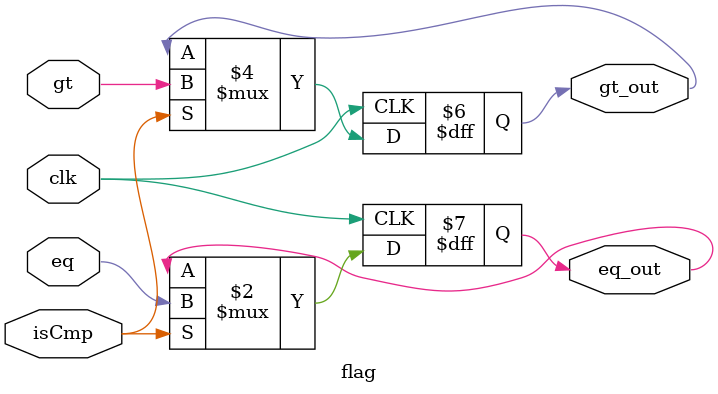
<source format=v>
module flag(
    input clk,
    input isCmp,
    input gt,
    input eq,
    output reg gt_out,
    output reg eq_out
);

    always @(posedge clk) begin
        if (isCmp) begin
            gt_out <= gt;
            eq_out <= eq;
        end
    end

endmodule

</source>
